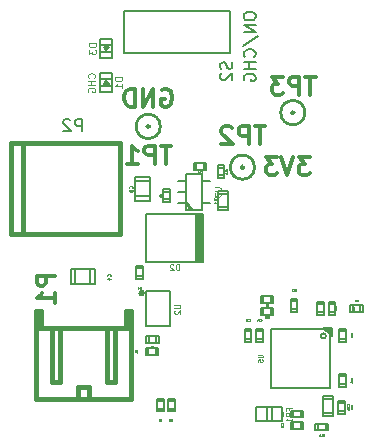
<source format=gbo>
G04 (created by PCBNEW (2013-05-31 BZR 4019)-stable) date 7/3/2014 2:31:18 PM*
%MOIN*%
G04 Gerber Fmt 3.4, Leading zero omitted, Abs format*
%FSLAX34Y34*%
G01*
G70*
G90*
G04 APERTURE LIST*
%ADD10C,0.00590551*%
%ADD11C,0.015*%
%ADD12C,0.01*%
%ADD13C,0.005*%
%ADD14C,0.0059*%
%ADD15C,0.0079*%
%ADD16C,0.008*%
%ADD17C,0.012*%
%ADD18C,0.0039*%
%ADD19C,0.0047*%
%ADD20C,0.0016*%
%ADD21C,0.0012*%
%ADD22C,0.0024*%
%ADD23C,0.0031*%
G04 APERTURE END LIST*
G54D10*
G54D11*
X37423Y-22196D02*
X37423Y-19164D01*
X37029Y-22196D02*
X37029Y-19164D01*
X37029Y-19164D02*
X40651Y-19164D01*
X40651Y-19164D02*
X40651Y-22196D01*
X40651Y-22196D02*
X37029Y-22196D01*
G54D12*
X46470Y-18160D02*
G75*
G03X46470Y-18160I-50J0D01*
G74*
G01*
X46823Y-18160D02*
G75*
G03X46823Y-18160I-403J0D01*
G74*
G01*
X41650Y-18620D02*
G75*
G03X41650Y-18620I-50J0D01*
G74*
G01*
X42003Y-18620D02*
G75*
G03X42003Y-18620I-403J0D01*
G74*
G01*
G54D13*
X42845Y-21135D02*
X43100Y-21390D01*
X42845Y-21195D02*
X43040Y-21390D01*
X43395Y-20425D02*
X43655Y-20425D01*
X43395Y-21175D02*
X43655Y-21175D01*
X42845Y-20800D02*
X42585Y-20800D01*
X42845Y-20425D02*
X42585Y-20425D01*
X42845Y-21175D02*
X42585Y-21175D01*
X43395Y-21390D02*
X43395Y-20210D01*
X43395Y-20210D02*
X42845Y-20210D01*
X42845Y-20210D02*
X42845Y-21390D01*
X42845Y-21390D02*
X43395Y-21390D01*
X40003Y-17042D02*
X40397Y-17042D01*
X40397Y-17278D02*
X40003Y-17278D01*
X40161Y-17160D02*
X40239Y-17160D01*
X40279Y-17199D02*
X40121Y-17199D01*
X40121Y-17199D02*
X40200Y-17121D01*
X40200Y-17121D02*
X40279Y-17199D01*
X40397Y-17475D02*
X40397Y-16845D01*
X40397Y-16845D02*
X40003Y-16845D01*
X40003Y-16845D02*
X40003Y-17475D01*
X40003Y-17475D02*
X40397Y-17475D01*
X40397Y-16138D02*
X40003Y-16138D01*
X40003Y-15902D02*
X40397Y-15902D01*
X40239Y-16020D02*
X40161Y-16020D01*
X40121Y-15981D02*
X40279Y-15981D01*
X40279Y-15981D02*
X40200Y-16059D01*
X40200Y-16059D02*
X40121Y-15981D01*
X40003Y-15705D02*
X40003Y-16335D01*
X40003Y-16335D02*
X40397Y-16335D01*
X40397Y-16335D02*
X40397Y-15705D01*
X40397Y-15705D02*
X40003Y-15705D01*
G54D14*
X45719Y-27964D02*
X45719Y-28436D01*
X45561Y-28436D02*
X45561Y-27964D01*
X45207Y-28436D02*
X46073Y-28436D01*
X46073Y-28436D02*
X46073Y-27964D01*
X46073Y-27964D02*
X45207Y-27964D01*
X45207Y-27964D02*
X45207Y-28436D01*
G54D13*
X43386Y-23127D02*
X43386Y-21553D01*
X43346Y-21553D02*
X43346Y-23127D01*
X43307Y-23127D02*
X43307Y-21553D01*
X43267Y-21553D02*
X43267Y-23127D01*
X43228Y-23127D02*
X43228Y-21553D01*
X43189Y-23127D02*
X43189Y-21553D01*
X43425Y-23127D02*
X43425Y-21553D01*
X43425Y-21553D02*
X41535Y-21553D01*
X41535Y-21553D02*
X41535Y-23127D01*
X41535Y-23127D02*
X43425Y-23127D01*
X47440Y-27720D02*
X47760Y-27720D01*
X47750Y-28160D02*
X47440Y-28160D01*
X47760Y-28260D02*
X47760Y-27620D01*
X47760Y-27620D02*
X47440Y-27620D01*
X47440Y-27620D02*
X47440Y-28260D01*
X47440Y-28260D02*
X47760Y-28260D01*
X44260Y-21300D02*
X43940Y-21300D01*
X43950Y-20860D02*
X44260Y-20860D01*
X43940Y-20760D02*
X43940Y-21400D01*
X43940Y-21400D02*
X44260Y-21400D01*
X44260Y-21400D02*
X44260Y-20760D01*
X44260Y-20760D02*
X43940Y-20760D01*
G54D10*
X44331Y-16185D02*
X40788Y-16185D01*
X40788Y-14768D02*
X44331Y-14768D01*
X44331Y-14768D02*
X44331Y-16185D01*
X40788Y-14768D02*
X40788Y-16185D01*
G54D11*
X41015Y-27716D02*
X41015Y-24763D01*
X37865Y-24763D02*
X37865Y-27716D01*
X37865Y-24763D02*
X38023Y-24763D01*
X37944Y-25354D02*
X37944Y-24763D01*
X38023Y-24763D02*
X38023Y-25354D01*
X40936Y-24763D02*
X40936Y-25354D01*
X40857Y-25354D02*
X40857Y-24763D01*
X40857Y-24763D02*
X41015Y-24763D01*
X39637Y-27716D02*
X39637Y-27322D01*
X39637Y-27322D02*
X39243Y-27322D01*
X39243Y-27322D02*
X39243Y-27716D01*
X40227Y-25354D02*
X40227Y-27125D01*
X40227Y-27125D02*
X40503Y-27125D01*
X40503Y-27125D02*
X40503Y-25354D01*
X38653Y-25354D02*
X38653Y-27125D01*
X38653Y-27125D02*
X38377Y-27125D01*
X38377Y-27125D02*
X38377Y-25354D01*
X41015Y-27716D02*
X37865Y-27716D01*
X37865Y-25354D02*
X41015Y-25354D01*
X39952Y-27716D02*
X40070Y-27716D01*
G54D13*
X45190Y-25710D02*
X45410Y-25710D01*
X45190Y-25450D02*
X45410Y-25450D01*
X45190Y-25370D02*
X45410Y-25370D01*
X45410Y-25370D02*
X45410Y-25790D01*
X45410Y-25790D02*
X45190Y-25790D01*
X45190Y-25790D02*
X45190Y-25370D01*
X44810Y-25710D02*
X45030Y-25710D01*
X44810Y-25450D02*
X45030Y-25450D01*
X44810Y-25370D02*
X45030Y-25370D01*
X45030Y-25370D02*
X45030Y-25790D01*
X45030Y-25790D02*
X44810Y-25790D01*
X44810Y-25790D02*
X44810Y-25370D01*
X41410Y-23350D02*
X41190Y-23350D01*
X41410Y-23610D02*
X41190Y-23610D01*
X41410Y-23690D02*
X41190Y-23690D01*
X41190Y-23690D02*
X41190Y-23270D01*
X41190Y-23270D02*
X41410Y-23270D01*
X41410Y-23270D02*
X41410Y-23690D01*
X41600Y-26010D02*
X41600Y-26230D01*
X41860Y-26010D02*
X41860Y-26230D01*
X41940Y-26010D02*
X41940Y-26230D01*
X41940Y-26230D02*
X41520Y-26230D01*
X41520Y-26230D02*
X41520Y-26010D01*
X41520Y-26010D02*
X41940Y-26010D01*
X45690Y-24490D02*
X45690Y-24270D01*
X45430Y-24490D02*
X45430Y-24270D01*
X45350Y-24490D02*
X45350Y-24270D01*
X45350Y-24270D02*
X45770Y-24270D01*
X45770Y-24270D02*
X45770Y-24490D01*
X45770Y-24490D02*
X45350Y-24490D01*
X45690Y-24890D02*
X45690Y-24670D01*
X45430Y-24890D02*
X45430Y-24670D01*
X45350Y-24890D02*
X45350Y-24670D01*
X45350Y-24670D02*
X45770Y-24670D01*
X45770Y-24670D02*
X45770Y-24890D01*
X45770Y-24890D02*
X45350Y-24890D01*
X47230Y-24810D02*
X47450Y-24810D01*
X47230Y-24550D02*
X47450Y-24550D01*
X47230Y-24470D02*
X47450Y-24470D01*
X47450Y-24470D02*
X47450Y-24890D01*
X47450Y-24890D02*
X47230Y-24890D01*
X47230Y-24890D02*
X47230Y-24470D01*
X48410Y-24580D02*
X48410Y-24800D01*
X48670Y-24580D02*
X48670Y-24800D01*
X48750Y-24580D02*
X48750Y-24800D01*
X48750Y-24800D02*
X48330Y-24800D01*
X48330Y-24800D02*
X48330Y-24580D01*
X48330Y-24580D02*
X48750Y-24580D01*
X42120Y-27770D02*
X41900Y-27770D01*
X42120Y-28030D02*
X41900Y-28030D01*
X42120Y-28110D02*
X41900Y-28110D01*
X41900Y-28110D02*
X41900Y-27690D01*
X41900Y-27690D02*
X42120Y-27690D01*
X42120Y-27690D02*
X42120Y-28110D01*
X41870Y-25830D02*
X41870Y-25610D01*
X41610Y-25830D02*
X41610Y-25610D01*
X41530Y-25830D02*
X41530Y-25610D01*
X41530Y-25610D02*
X41950Y-25610D01*
X41950Y-25610D02*
X41950Y-25830D01*
X41950Y-25830D02*
X41530Y-25830D01*
X46350Y-24710D02*
X46570Y-24710D01*
X46350Y-24450D02*
X46570Y-24450D01*
X46350Y-24370D02*
X46570Y-24370D01*
X46570Y-24370D02*
X46570Y-24790D01*
X46570Y-24790D02*
X46350Y-24790D01*
X46350Y-24790D02*
X46350Y-24370D01*
X44130Y-19990D02*
X43910Y-19990D01*
X44130Y-20250D02*
X43910Y-20250D01*
X44130Y-20330D02*
X43910Y-20330D01*
X43910Y-20330D02*
X43910Y-19910D01*
X43910Y-19910D02*
X44130Y-19910D01*
X44130Y-19910D02*
X44130Y-20330D01*
X47970Y-25710D02*
X48190Y-25710D01*
X47970Y-25450D02*
X48190Y-25450D01*
X47970Y-25370D02*
X48190Y-25370D01*
X48190Y-25370D02*
X48190Y-25790D01*
X48190Y-25790D02*
X47970Y-25790D01*
X47970Y-25790D02*
X47970Y-25370D01*
X47970Y-27210D02*
X48190Y-27210D01*
X47970Y-26950D02*
X48190Y-26950D01*
X47970Y-26870D02*
X48190Y-26870D01*
X48190Y-26870D02*
X48190Y-27290D01*
X48190Y-27290D02*
X47970Y-27290D01*
X47970Y-27290D02*
X47970Y-26870D01*
X48150Y-27850D02*
X47930Y-27850D01*
X48150Y-28110D02*
X47930Y-28110D01*
X48150Y-28190D02*
X47930Y-28190D01*
X47930Y-28190D02*
X47930Y-27770D01*
X47930Y-27770D02*
X48150Y-27770D01*
X48150Y-27770D02*
X48150Y-28190D01*
X46690Y-28310D02*
X46690Y-28090D01*
X46430Y-28310D02*
X46430Y-28090D01*
X46350Y-28310D02*
X46350Y-28090D01*
X46350Y-28090D02*
X46770Y-28090D01*
X46770Y-28090D02*
X46770Y-28310D01*
X46770Y-28310D02*
X46350Y-28310D01*
X46690Y-28690D02*
X46690Y-28470D01*
X46430Y-28690D02*
X46430Y-28470D01*
X46350Y-28690D02*
X46350Y-28470D01*
X46350Y-28470D02*
X46770Y-28470D01*
X46770Y-28470D02*
X46770Y-28690D01*
X46770Y-28690D02*
X46350Y-28690D01*
X47250Y-28530D02*
X47250Y-28750D01*
X47510Y-28530D02*
X47510Y-28750D01*
X47590Y-28530D02*
X47590Y-28750D01*
X47590Y-28750D02*
X47170Y-28750D01*
X47170Y-28750D02*
X47170Y-28530D01*
X47170Y-28530D02*
X47590Y-28530D01*
X47610Y-24810D02*
X47830Y-24810D01*
X47610Y-24550D02*
X47830Y-24550D01*
X47610Y-24470D02*
X47830Y-24470D01*
X47830Y-24470D02*
X47830Y-24890D01*
X47830Y-24890D02*
X47610Y-24890D01*
X47610Y-24890D02*
X47610Y-24470D01*
X43450Y-20070D02*
X43450Y-19850D01*
X43190Y-20070D02*
X43190Y-19850D01*
X43110Y-20070D02*
X43110Y-19850D01*
X43110Y-19850D02*
X43530Y-19850D01*
X43530Y-19850D02*
X43530Y-20070D01*
X43530Y-20070D02*
X43110Y-20070D01*
X42480Y-27770D02*
X42260Y-27770D01*
X42480Y-28030D02*
X42260Y-28030D01*
X42480Y-28110D02*
X42260Y-28110D01*
X42260Y-28110D02*
X42260Y-27690D01*
X42260Y-27690D02*
X42480Y-27690D01*
X42480Y-27690D02*
X42480Y-28110D01*
X42090Y-21050D02*
X42310Y-21050D01*
X42090Y-20790D02*
X42310Y-20790D01*
X42090Y-20710D02*
X42310Y-20710D01*
X42310Y-20710D02*
X42310Y-21130D01*
X42310Y-21130D02*
X42090Y-21130D01*
X42090Y-21130D02*
X42090Y-20710D01*
X41458Y-24178D02*
G75*
G03X41458Y-24178I-79J0D01*
G74*
G01*
X41417Y-24178D02*
G75*
G03X41417Y-24178I-39J0D01*
G74*
G01*
X41536Y-25281D02*
X42324Y-25281D01*
X41536Y-24099D02*
X42324Y-24099D01*
X42324Y-25281D02*
X42324Y-24099D01*
X41536Y-24099D02*
X41536Y-25281D01*
X39670Y-23870D02*
X39670Y-23370D01*
X39170Y-23870D02*
X39170Y-23380D01*
X39020Y-23870D02*
X39820Y-23870D01*
X39820Y-23870D02*
X39820Y-23370D01*
X39820Y-23370D02*
X39020Y-23370D01*
X39020Y-23370D02*
X39020Y-23870D01*
X41170Y-20950D02*
X41670Y-20950D01*
X41170Y-20450D02*
X41660Y-20450D01*
X41170Y-20300D02*
X41170Y-21100D01*
X41170Y-21100D02*
X41670Y-21100D01*
X41670Y-21100D02*
X41670Y-20300D01*
X41670Y-20300D02*
X41170Y-20300D01*
G54D12*
X44790Y-19980D02*
G75*
G03X44790Y-19980I-50J0D01*
G74*
G01*
X45143Y-19980D02*
G75*
G03X45143Y-19980I-403J0D01*
G74*
G01*
G54D13*
X47438Y-25326D02*
X47714Y-25326D01*
X47714Y-25326D02*
X47714Y-25602D01*
X47714Y-25602D02*
X47438Y-25326D01*
X47674Y-27334D02*
X47674Y-25366D01*
X47674Y-25366D02*
X45706Y-25366D01*
X45706Y-25366D02*
X45706Y-27334D01*
X45706Y-27334D02*
X47674Y-27334D01*
X47675Y-25522D02*
X47518Y-25365D01*
X47556Y-25365D02*
X47674Y-25483D01*
X47674Y-25445D02*
X47595Y-25366D01*
G54D15*
X47525Y-25602D02*
G75*
G03X47525Y-25602I-87J0D01*
G74*
G01*
G54D16*
X39375Y-18781D02*
X39375Y-18381D01*
X39222Y-18381D01*
X39184Y-18400D01*
X39165Y-18420D01*
X39146Y-18458D01*
X39146Y-18515D01*
X39165Y-18553D01*
X39184Y-18572D01*
X39222Y-18591D01*
X39375Y-18591D01*
X38994Y-18420D02*
X38975Y-18400D01*
X38937Y-18381D01*
X38841Y-18381D01*
X38803Y-18400D01*
X38784Y-18420D01*
X38765Y-18458D01*
X38765Y-18496D01*
X38784Y-18553D01*
X39013Y-18781D01*
X38765Y-18781D01*
G54D17*
X47177Y-16962D02*
X46834Y-16962D01*
X47005Y-17562D02*
X47005Y-16962D01*
X46634Y-17562D02*
X46634Y-16962D01*
X46405Y-16962D01*
X46348Y-16991D01*
X46320Y-17020D01*
X46291Y-17077D01*
X46291Y-17162D01*
X46320Y-17220D01*
X46348Y-17248D01*
X46405Y-17277D01*
X46634Y-17277D01*
X46091Y-16962D02*
X45720Y-16962D01*
X45920Y-17191D01*
X45834Y-17191D01*
X45777Y-17220D01*
X45748Y-17248D01*
X45720Y-17305D01*
X45720Y-17448D01*
X45748Y-17505D01*
X45777Y-17534D01*
X45834Y-17562D01*
X46005Y-17562D01*
X46062Y-17534D01*
X46091Y-17505D01*
X42357Y-19262D02*
X42014Y-19262D01*
X42185Y-19862D02*
X42185Y-19262D01*
X41814Y-19862D02*
X41814Y-19262D01*
X41585Y-19262D01*
X41528Y-19291D01*
X41500Y-19320D01*
X41471Y-19377D01*
X41471Y-19462D01*
X41500Y-19520D01*
X41528Y-19548D01*
X41585Y-19577D01*
X41814Y-19577D01*
X40900Y-19862D02*
X41242Y-19862D01*
X41071Y-19862D02*
X41071Y-19262D01*
X41128Y-19348D01*
X41185Y-19405D01*
X41242Y-19434D01*
X42057Y-17391D02*
X42114Y-17362D01*
X42199Y-17362D01*
X42285Y-17391D01*
X42342Y-17448D01*
X42371Y-17505D01*
X42399Y-17620D01*
X42399Y-17705D01*
X42371Y-17820D01*
X42342Y-17877D01*
X42285Y-17934D01*
X42199Y-17962D01*
X42142Y-17962D01*
X42057Y-17934D01*
X42028Y-17905D01*
X42028Y-17705D01*
X42142Y-17705D01*
X41771Y-17962D02*
X41771Y-17362D01*
X41428Y-17962D01*
X41428Y-17362D01*
X41142Y-17962D02*
X41142Y-17362D01*
X41000Y-17362D01*
X40914Y-17391D01*
X40857Y-17448D01*
X40828Y-17505D01*
X40800Y-17620D01*
X40800Y-17705D01*
X40828Y-17820D01*
X40857Y-17877D01*
X40914Y-17934D01*
X41000Y-17962D01*
X41142Y-17962D01*
G54D18*
X43812Y-20649D02*
X43972Y-20649D01*
X43990Y-20659D01*
X44000Y-20668D01*
X44009Y-20687D01*
X44009Y-20724D01*
X44000Y-20743D01*
X43990Y-20753D01*
X43972Y-20762D01*
X43812Y-20762D01*
X43812Y-20837D02*
X43812Y-20959D01*
X43887Y-20893D01*
X43887Y-20921D01*
X43897Y-20940D01*
X43906Y-20950D01*
X43925Y-20959D01*
X43972Y-20959D01*
X43990Y-20950D01*
X44000Y-20940D01*
X44009Y-20921D01*
X44009Y-20865D01*
X44000Y-20846D01*
X43990Y-20837D01*
G54D19*
X40728Y-16985D02*
X40492Y-16985D01*
X40492Y-17042D01*
X40503Y-17075D01*
X40526Y-17098D01*
X40548Y-17109D01*
X40593Y-17120D01*
X40627Y-17120D01*
X40672Y-17109D01*
X40694Y-17098D01*
X40717Y-17075D01*
X40728Y-17042D01*
X40728Y-16985D01*
X40728Y-17345D02*
X40728Y-17210D01*
X40728Y-17278D02*
X40492Y-17278D01*
X40526Y-17255D01*
X40548Y-17233D01*
X40559Y-17210D01*
X39801Y-16991D02*
X39812Y-16980D01*
X39823Y-16946D01*
X39823Y-16924D01*
X39812Y-16890D01*
X39789Y-16867D01*
X39767Y-16856D01*
X39722Y-16845D01*
X39688Y-16845D01*
X39643Y-16856D01*
X39621Y-16867D01*
X39598Y-16890D01*
X39587Y-16924D01*
X39587Y-16946D01*
X39598Y-16980D01*
X39610Y-16991D01*
X39823Y-17092D02*
X39587Y-17092D01*
X39699Y-17092D02*
X39699Y-17227D01*
X39823Y-17227D02*
X39587Y-17227D01*
X39598Y-17463D02*
X39587Y-17440D01*
X39587Y-17407D01*
X39598Y-17373D01*
X39621Y-17351D01*
X39643Y-17339D01*
X39688Y-17328D01*
X39722Y-17328D01*
X39767Y-17339D01*
X39789Y-17351D01*
X39812Y-17373D01*
X39823Y-17407D01*
X39823Y-17429D01*
X39812Y-17463D01*
X39801Y-17474D01*
X39722Y-17474D01*
X39722Y-17429D01*
X39862Y-15845D02*
X39626Y-15845D01*
X39626Y-15902D01*
X39637Y-15935D01*
X39660Y-15958D01*
X39682Y-15969D01*
X39727Y-15980D01*
X39761Y-15980D01*
X39806Y-15969D01*
X39828Y-15958D01*
X39851Y-15935D01*
X39862Y-15902D01*
X39862Y-15845D01*
X39626Y-16059D02*
X39626Y-16205D01*
X39716Y-16126D01*
X39716Y-16160D01*
X39727Y-16182D01*
X39738Y-16194D01*
X39761Y-16205D01*
X39817Y-16205D01*
X39840Y-16194D01*
X39851Y-16182D01*
X39862Y-16160D01*
X39862Y-16093D01*
X39851Y-16070D01*
X39840Y-16059D01*
G54D18*
X46276Y-28076D02*
X46276Y-28011D01*
X46379Y-28011D02*
X46183Y-28011D01*
X46183Y-28104D01*
X46276Y-28244D02*
X46286Y-28272D01*
X46295Y-28282D01*
X46314Y-28291D01*
X46342Y-28291D01*
X46360Y-28282D01*
X46370Y-28272D01*
X46379Y-28254D01*
X46379Y-28179D01*
X46183Y-28179D01*
X46183Y-28244D01*
X46192Y-28263D01*
X46202Y-28272D01*
X46220Y-28282D01*
X46239Y-28282D01*
X46258Y-28272D01*
X46267Y-28263D01*
X46276Y-28244D01*
X46276Y-28179D01*
X46379Y-28478D02*
X46379Y-28366D01*
X46379Y-28422D02*
X46183Y-28422D01*
X46211Y-28403D01*
X46230Y-28384D01*
X46239Y-28366D01*
G54D19*
X42625Y-23403D02*
X42625Y-23206D01*
X42578Y-23206D01*
X42550Y-23216D01*
X42531Y-23234D01*
X42522Y-23253D01*
X42512Y-23291D01*
X42512Y-23319D01*
X42522Y-23356D01*
X42531Y-23375D01*
X42550Y-23394D01*
X42578Y-23403D01*
X42625Y-23403D01*
X42437Y-23225D02*
X42428Y-23216D01*
X42409Y-23206D01*
X42362Y-23206D01*
X42343Y-23216D01*
X42334Y-23225D01*
X42325Y-23244D01*
X42325Y-23263D01*
X42334Y-23291D01*
X42447Y-23403D01*
X42325Y-23403D01*
G54D20*
X48284Y-27909D02*
X48288Y-27905D01*
X48291Y-27894D01*
X48291Y-27886D01*
X48288Y-27875D01*
X48280Y-27867D01*
X48273Y-27864D01*
X48258Y-27860D01*
X48246Y-27860D01*
X48231Y-27864D01*
X48224Y-27867D01*
X48216Y-27875D01*
X48212Y-27886D01*
X48212Y-27894D01*
X48216Y-27905D01*
X48220Y-27909D01*
X48291Y-27984D02*
X48291Y-27939D01*
X48291Y-27961D02*
X48212Y-27961D01*
X48224Y-27954D01*
X48231Y-27946D01*
X48235Y-27939D01*
X48212Y-28052D02*
X48212Y-28037D01*
X48216Y-28029D01*
X48220Y-28025D01*
X48231Y-28018D01*
X48246Y-28014D01*
X48276Y-28014D01*
X48284Y-28018D01*
X48288Y-28022D01*
X48291Y-28029D01*
X48291Y-28044D01*
X48288Y-28052D01*
X48284Y-28055D01*
X48276Y-28059D01*
X48258Y-28059D01*
X48250Y-28055D01*
X48246Y-28052D01*
X48243Y-28044D01*
X48243Y-28029D01*
X48246Y-28022D01*
X48250Y-28018D01*
X48258Y-28014D01*
X43874Y-21029D02*
X43878Y-21025D01*
X43881Y-21014D01*
X43881Y-21006D01*
X43878Y-20995D01*
X43870Y-20987D01*
X43863Y-20984D01*
X43848Y-20980D01*
X43836Y-20980D01*
X43821Y-20984D01*
X43814Y-20987D01*
X43806Y-20995D01*
X43802Y-21006D01*
X43802Y-21014D01*
X43806Y-21025D01*
X43810Y-21029D01*
X43881Y-21104D02*
X43881Y-21059D01*
X43881Y-21081D02*
X43802Y-21081D01*
X43814Y-21074D01*
X43821Y-21066D01*
X43825Y-21059D01*
X43881Y-21179D02*
X43881Y-21134D01*
X43881Y-21157D02*
X43802Y-21157D01*
X43814Y-21149D01*
X43821Y-21142D01*
X43825Y-21134D01*
G54D10*
X44380Y-16480D02*
X44399Y-16536D01*
X44399Y-16630D01*
X44380Y-16667D01*
X44361Y-16686D01*
X44324Y-16705D01*
X44286Y-16705D01*
X44249Y-16686D01*
X44230Y-16667D01*
X44211Y-16630D01*
X44193Y-16555D01*
X44174Y-16517D01*
X44155Y-16498D01*
X44118Y-16480D01*
X44080Y-16480D01*
X44043Y-16498D01*
X44024Y-16517D01*
X44005Y-16555D01*
X44005Y-16648D01*
X44024Y-16705D01*
X44043Y-16854D02*
X44024Y-16873D01*
X44005Y-16911D01*
X44005Y-17004D01*
X44024Y-17042D01*
X44043Y-17061D01*
X44080Y-17079D01*
X44118Y-17079D01*
X44174Y-17061D01*
X44399Y-16836D01*
X44399Y-17079D01*
X44785Y-14910D02*
X44785Y-14985D01*
X44804Y-15022D01*
X44841Y-15060D01*
X44916Y-15078D01*
X45048Y-15078D01*
X45123Y-15060D01*
X45160Y-15022D01*
X45179Y-14985D01*
X45179Y-14910D01*
X45160Y-14872D01*
X45123Y-14835D01*
X45048Y-14816D01*
X44916Y-14816D01*
X44841Y-14835D01*
X44804Y-14872D01*
X44785Y-14910D01*
X45179Y-15247D02*
X44785Y-15247D01*
X45179Y-15472D01*
X44785Y-15472D01*
X44766Y-15941D02*
X45273Y-15603D01*
X45141Y-16297D02*
X45160Y-16278D01*
X45179Y-16222D01*
X45179Y-16184D01*
X45160Y-16128D01*
X45123Y-16091D01*
X45085Y-16072D01*
X45010Y-16053D01*
X44954Y-16053D01*
X44879Y-16072D01*
X44841Y-16091D01*
X44804Y-16128D01*
X44785Y-16184D01*
X44785Y-16222D01*
X44804Y-16278D01*
X44823Y-16297D01*
X45179Y-16466D02*
X44785Y-16466D01*
X44973Y-16466D02*
X44973Y-16691D01*
X45179Y-16691D02*
X44785Y-16691D01*
X44804Y-17084D02*
X44785Y-17047D01*
X44785Y-16991D01*
X44804Y-16934D01*
X44841Y-16897D01*
X44879Y-16878D01*
X44954Y-16859D01*
X45010Y-16859D01*
X45085Y-16878D01*
X45123Y-16897D01*
X45160Y-16934D01*
X45179Y-16991D01*
X45179Y-17028D01*
X45160Y-17084D01*
X45141Y-17103D01*
X45010Y-17103D01*
X45010Y-17028D01*
G54D17*
X38482Y-23597D02*
X37882Y-23597D01*
X37882Y-23825D01*
X37911Y-23882D01*
X37940Y-23911D01*
X37997Y-23940D01*
X38082Y-23940D01*
X38140Y-23911D01*
X38168Y-23882D01*
X38197Y-23825D01*
X38197Y-23597D01*
X38482Y-24511D02*
X38482Y-24168D01*
X38482Y-24340D02*
X37882Y-24340D01*
X37968Y-24282D01*
X38025Y-24225D01*
X38054Y-24168D01*
G54D21*
X45338Y-25098D02*
X45341Y-25101D01*
X45350Y-25104D01*
X45355Y-25104D01*
X45364Y-25101D01*
X45370Y-25095D01*
X45372Y-25090D01*
X45375Y-25078D01*
X45375Y-25070D01*
X45372Y-25058D01*
X45370Y-25052D01*
X45364Y-25047D01*
X45355Y-25044D01*
X45350Y-25044D01*
X45341Y-25047D01*
X45338Y-25050D01*
X45315Y-25050D02*
X45312Y-25047D01*
X45307Y-25044D01*
X45292Y-25044D01*
X45287Y-25047D01*
X45284Y-25050D01*
X45281Y-25055D01*
X45281Y-25061D01*
X45284Y-25070D01*
X45318Y-25104D01*
X45281Y-25104D01*
X45230Y-25064D02*
X45230Y-25104D01*
X45244Y-25041D02*
X45258Y-25084D01*
X45221Y-25084D01*
X44958Y-25098D02*
X44961Y-25101D01*
X44970Y-25104D01*
X44975Y-25104D01*
X44984Y-25101D01*
X44990Y-25095D01*
X44992Y-25090D01*
X44995Y-25078D01*
X44995Y-25070D01*
X44992Y-25058D01*
X44990Y-25052D01*
X44984Y-25047D01*
X44975Y-25044D01*
X44970Y-25044D01*
X44961Y-25047D01*
X44958Y-25050D01*
X44935Y-25050D02*
X44932Y-25047D01*
X44927Y-25044D01*
X44912Y-25044D01*
X44907Y-25047D01*
X44904Y-25050D01*
X44901Y-25055D01*
X44901Y-25061D01*
X44904Y-25070D01*
X44938Y-25104D01*
X44901Y-25104D01*
X44847Y-25044D02*
X44875Y-25044D01*
X44878Y-25072D01*
X44875Y-25070D01*
X44870Y-25067D01*
X44855Y-25067D01*
X44850Y-25070D01*
X44847Y-25072D01*
X44844Y-25078D01*
X44844Y-25092D01*
X44847Y-25098D01*
X44850Y-25101D01*
X44855Y-25104D01*
X44870Y-25104D01*
X44875Y-25101D01*
X44878Y-25098D01*
X41310Y-24024D02*
X41330Y-23995D01*
X41344Y-24024D02*
X41344Y-23964D01*
X41321Y-23964D01*
X41315Y-23967D01*
X41312Y-23970D01*
X41310Y-23975D01*
X41310Y-23984D01*
X41312Y-23990D01*
X41315Y-23992D01*
X41321Y-23995D01*
X41344Y-23995D01*
X41258Y-23984D02*
X41258Y-24024D01*
X41272Y-23961D02*
X41287Y-24004D01*
X41250Y-24004D01*
X41234Y-26110D02*
X41205Y-26090D01*
X41234Y-26075D02*
X41174Y-26075D01*
X41174Y-26098D01*
X41177Y-26104D01*
X41180Y-26107D01*
X41185Y-26110D01*
X41194Y-26110D01*
X41200Y-26107D01*
X41202Y-26104D01*
X41205Y-26098D01*
X41205Y-26075D01*
X41234Y-26167D02*
X41234Y-26132D01*
X41234Y-26150D02*
X41174Y-26150D01*
X41182Y-26144D01*
X41188Y-26138D01*
X41191Y-26132D01*
X45570Y-24594D02*
X45590Y-24565D01*
X45604Y-24594D02*
X45604Y-24534D01*
X45581Y-24534D01*
X45575Y-24537D01*
X45572Y-24540D01*
X45570Y-24545D01*
X45570Y-24554D01*
X45572Y-24560D01*
X45575Y-24562D01*
X45581Y-24565D01*
X45604Y-24565D01*
X45541Y-24594D02*
X45530Y-24594D01*
X45524Y-24591D01*
X45521Y-24588D01*
X45515Y-24580D01*
X45512Y-24568D01*
X45512Y-24545D01*
X45515Y-24540D01*
X45518Y-24537D01*
X45524Y-24534D01*
X45535Y-24534D01*
X45541Y-24537D01*
X45544Y-24540D01*
X45547Y-24545D01*
X45547Y-24560D01*
X45544Y-24565D01*
X45541Y-24568D01*
X45535Y-24571D01*
X45524Y-24571D01*
X45518Y-24568D01*
X45515Y-24565D01*
X45512Y-24560D01*
X45598Y-24994D02*
X45618Y-24965D01*
X45632Y-24994D02*
X45632Y-24934D01*
X45610Y-24934D01*
X45604Y-24937D01*
X45601Y-24940D01*
X45598Y-24945D01*
X45598Y-24954D01*
X45601Y-24960D01*
X45604Y-24962D01*
X45610Y-24965D01*
X45632Y-24965D01*
X45541Y-24994D02*
X45575Y-24994D01*
X45558Y-24994D02*
X45558Y-24934D01*
X45564Y-24942D01*
X45570Y-24948D01*
X45575Y-24951D01*
X45504Y-24934D02*
X45498Y-24934D01*
X45492Y-24937D01*
X45490Y-24940D01*
X45487Y-24945D01*
X45484Y-24957D01*
X45484Y-24971D01*
X45487Y-24982D01*
X45490Y-24988D01*
X45492Y-24991D01*
X45498Y-24994D01*
X45504Y-24994D01*
X45510Y-24991D01*
X45512Y-24988D01*
X45515Y-24982D01*
X45518Y-24971D01*
X45518Y-24957D01*
X45515Y-24945D01*
X45512Y-24940D01*
X45510Y-24937D01*
X45504Y-24934D01*
X47844Y-24641D02*
X47815Y-24621D01*
X47844Y-24607D02*
X47784Y-24607D01*
X47784Y-24630D01*
X47787Y-24635D01*
X47790Y-24638D01*
X47795Y-24641D01*
X47804Y-24641D01*
X47810Y-24638D01*
X47812Y-24635D01*
X47815Y-24630D01*
X47815Y-24607D01*
X47844Y-24698D02*
X47844Y-24664D01*
X47844Y-24681D02*
X47784Y-24681D01*
X47792Y-24675D01*
X47798Y-24670D01*
X47801Y-24664D01*
X47790Y-24721D02*
X47787Y-24724D01*
X47784Y-24730D01*
X47784Y-24744D01*
X47787Y-24750D01*
X47790Y-24752D01*
X47795Y-24755D01*
X47801Y-24755D01*
X47810Y-24752D01*
X47844Y-24718D01*
X47844Y-24755D01*
X48550Y-24454D02*
X48570Y-24425D01*
X48584Y-24454D02*
X48584Y-24394D01*
X48561Y-24394D01*
X48555Y-24397D01*
X48552Y-24400D01*
X48550Y-24405D01*
X48550Y-24414D01*
X48552Y-24420D01*
X48555Y-24422D01*
X48561Y-24425D01*
X48584Y-24425D01*
X48515Y-24420D02*
X48521Y-24417D01*
X48524Y-24414D01*
X48527Y-24408D01*
X48527Y-24405D01*
X48524Y-24400D01*
X48521Y-24397D01*
X48515Y-24394D01*
X48504Y-24394D01*
X48498Y-24397D01*
X48495Y-24400D01*
X48492Y-24405D01*
X48492Y-24408D01*
X48495Y-24414D01*
X48498Y-24417D01*
X48504Y-24420D01*
X48515Y-24420D01*
X48521Y-24422D01*
X48524Y-24425D01*
X48527Y-24431D01*
X48527Y-24442D01*
X48524Y-24448D01*
X48521Y-24451D01*
X48515Y-24454D01*
X48504Y-24454D01*
X48498Y-24451D01*
X48495Y-24448D01*
X48492Y-24442D01*
X48492Y-24431D01*
X48495Y-24425D01*
X48498Y-24422D01*
X48504Y-24420D01*
X42000Y-28444D02*
X42020Y-28415D01*
X42034Y-28444D02*
X42034Y-28384D01*
X42011Y-28384D01*
X42005Y-28387D01*
X42002Y-28390D01*
X42000Y-28395D01*
X42000Y-28404D01*
X42002Y-28410D01*
X42005Y-28412D01*
X42011Y-28415D01*
X42034Y-28415D01*
X41977Y-28390D02*
X41974Y-28387D01*
X41968Y-28384D01*
X41954Y-28384D01*
X41948Y-28387D01*
X41945Y-28390D01*
X41942Y-28395D01*
X41942Y-28401D01*
X41945Y-28410D01*
X41980Y-28444D01*
X41942Y-28444D01*
X41740Y-26014D02*
X41760Y-25985D01*
X41774Y-26014D02*
X41774Y-25954D01*
X41751Y-25954D01*
X41745Y-25957D01*
X41742Y-25960D01*
X41740Y-25965D01*
X41740Y-25974D01*
X41742Y-25980D01*
X41745Y-25982D01*
X41751Y-25985D01*
X41774Y-25985D01*
X41685Y-25954D02*
X41714Y-25954D01*
X41717Y-25982D01*
X41714Y-25980D01*
X41708Y-25977D01*
X41694Y-25977D01*
X41688Y-25980D01*
X41685Y-25982D01*
X41682Y-25988D01*
X41682Y-26002D01*
X41685Y-26008D01*
X41688Y-26011D01*
X41694Y-26014D01*
X41708Y-26014D01*
X41714Y-26011D01*
X41717Y-26008D01*
X46498Y-24098D02*
X46501Y-24101D01*
X46510Y-24104D01*
X46515Y-24104D01*
X46524Y-24101D01*
X46530Y-24095D01*
X46532Y-24090D01*
X46535Y-24078D01*
X46535Y-24070D01*
X46532Y-24058D01*
X46530Y-24052D01*
X46524Y-24047D01*
X46515Y-24044D01*
X46510Y-24044D01*
X46501Y-24047D01*
X46498Y-24050D01*
X46441Y-24104D02*
X46475Y-24104D01*
X46458Y-24104D02*
X46458Y-24044D01*
X46464Y-24052D01*
X46470Y-24058D01*
X46475Y-24061D01*
X46421Y-24044D02*
X46381Y-24044D01*
X46407Y-24104D01*
X44228Y-20081D02*
X44231Y-20078D01*
X44234Y-20070D01*
X44234Y-20064D01*
X44231Y-20055D01*
X44225Y-20050D01*
X44220Y-20047D01*
X44208Y-20044D01*
X44200Y-20044D01*
X44188Y-20047D01*
X44182Y-20050D01*
X44177Y-20055D01*
X44174Y-20064D01*
X44174Y-20070D01*
X44177Y-20078D01*
X44180Y-20081D01*
X44234Y-20138D02*
X44234Y-20104D01*
X44234Y-20121D02*
X44174Y-20121D01*
X44182Y-20115D01*
X44188Y-20110D01*
X44191Y-20104D01*
X44180Y-20161D02*
X44177Y-20164D01*
X44174Y-20170D01*
X44174Y-20184D01*
X44177Y-20190D01*
X44180Y-20192D01*
X44185Y-20195D01*
X44191Y-20195D01*
X44200Y-20192D01*
X44234Y-20158D01*
X44234Y-20195D01*
X48398Y-25541D02*
X48401Y-25538D01*
X48404Y-25530D01*
X48404Y-25524D01*
X48401Y-25515D01*
X48395Y-25510D01*
X48390Y-25507D01*
X48378Y-25504D01*
X48370Y-25504D01*
X48358Y-25507D01*
X48352Y-25510D01*
X48347Y-25515D01*
X48344Y-25524D01*
X48344Y-25530D01*
X48347Y-25538D01*
X48350Y-25541D01*
X48404Y-25598D02*
X48404Y-25564D01*
X48404Y-25581D02*
X48344Y-25581D01*
X48352Y-25575D01*
X48358Y-25570D01*
X48361Y-25564D01*
X48344Y-25618D02*
X48344Y-25655D01*
X48367Y-25635D01*
X48367Y-25644D01*
X48370Y-25650D01*
X48372Y-25652D01*
X48378Y-25655D01*
X48392Y-25655D01*
X48398Y-25652D01*
X48401Y-25650D01*
X48404Y-25644D01*
X48404Y-25627D01*
X48401Y-25621D01*
X48398Y-25618D01*
X48398Y-27041D02*
X48401Y-27038D01*
X48404Y-27030D01*
X48404Y-27024D01*
X48401Y-27015D01*
X48395Y-27010D01*
X48390Y-27007D01*
X48378Y-27004D01*
X48370Y-27004D01*
X48358Y-27007D01*
X48352Y-27010D01*
X48347Y-27015D01*
X48344Y-27024D01*
X48344Y-27030D01*
X48347Y-27038D01*
X48350Y-27041D01*
X48404Y-27098D02*
X48404Y-27064D01*
X48404Y-27081D02*
X48344Y-27081D01*
X48352Y-27075D01*
X48358Y-27070D01*
X48361Y-27064D01*
X48364Y-27150D02*
X48404Y-27150D01*
X48341Y-27135D02*
X48384Y-27121D01*
X48384Y-27158D01*
X48398Y-27941D02*
X48401Y-27938D01*
X48404Y-27930D01*
X48404Y-27924D01*
X48401Y-27915D01*
X48395Y-27910D01*
X48390Y-27907D01*
X48378Y-27904D01*
X48370Y-27904D01*
X48358Y-27907D01*
X48352Y-27910D01*
X48347Y-27915D01*
X48344Y-27924D01*
X48344Y-27930D01*
X48347Y-27938D01*
X48350Y-27941D01*
X48404Y-27998D02*
X48404Y-27964D01*
X48404Y-27981D02*
X48344Y-27981D01*
X48352Y-27975D01*
X48358Y-27970D01*
X48361Y-27964D01*
X48344Y-28052D02*
X48344Y-28024D01*
X48372Y-28021D01*
X48370Y-28024D01*
X48367Y-28030D01*
X48367Y-28044D01*
X48370Y-28050D01*
X48372Y-28052D01*
X48378Y-28055D01*
X48392Y-28055D01*
X48398Y-28052D01*
X48401Y-28050D01*
X48404Y-28044D01*
X48404Y-28030D01*
X48401Y-28024D01*
X48398Y-28021D01*
X46078Y-28161D02*
X46081Y-28158D01*
X46084Y-28150D01*
X46084Y-28144D01*
X46081Y-28135D01*
X46075Y-28130D01*
X46070Y-28127D01*
X46058Y-28124D01*
X46050Y-28124D01*
X46038Y-28127D01*
X46032Y-28130D01*
X46027Y-28135D01*
X46024Y-28144D01*
X46024Y-28150D01*
X46027Y-28158D01*
X46030Y-28161D01*
X46030Y-28184D02*
X46027Y-28187D01*
X46024Y-28192D01*
X46024Y-28207D01*
X46027Y-28212D01*
X46030Y-28215D01*
X46035Y-28218D01*
X46041Y-28218D01*
X46050Y-28215D01*
X46084Y-28181D01*
X46084Y-28218D01*
X46024Y-28238D02*
X46024Y-28275D01*
X46047Y-28255D01*
X46047Y-28264D01*
X46050Y-28270D01*
X46052Y-28272D01*
X46058Y-28275D01*
X46072Y-28275D01*
X46078Y-28272D01*
X46081Y-28270D01*
X46084Y-28264D01*
X46084Y-28247D01*
X46081Y-28241D01*
X46078Y-28238D01*
X46078Y-28541D02*
X46081Y-28538D01*
X46084Y-28530D01*
X46084Y-28524D01*
X46081Y-28515D01*
X46075Y-28510D01*
X46070Y-28507D01*
X46058Y-28504D01*
X46050Y-28504D01*
X46038Y-28507D01*
X46032Y-28510D01*
X46027Y-28515D01*
X46024Y-28524D01*
X46024Y-28530D01*
X46027Y-28538D01*
X46030Y-28541D01*
X46030Y-28564D02*
X46027Y-28567D01*
X46024Y-28572D01*
X46024Y-28587D01*
X46027Y-28592D01*
X46030Y-28595D01*
X46035Y-28598D01*
X46041Y-28598D01*
X46050Y-28595D01*
X46084Y-28561D01*
X46084Y-28598D01*
X46030Y-28621D02*
X46027Y-28624D01*
X46024Y-28630D01*
X46024Y-28644D01*
X46027Y-28650D01*
X46030Y-28652D01*
X46035Y-28655D01*
X46041Y-28655D01*
X46050Y-28652D01*
X46084Y-28618D01*
X46084Y-28655D01*
X47418Y-28938D02*
X47421Y-28941D01*
X47430Y-28944D01*
X47435Y-28944D01*
X47444Y-28941D01*
X47450Y-28935D01*
X47452Y-28930D01*
X47455Y-28918D01*
X47455Y-28910D01*
X47452Y-28898D01*
X47450Y-28892D01*
X47444Y-28887D01*
X47435Y-28884D01*
X47430Y-28884D01*
X47421Y-28887D01*
X47418Y-28890D01*
X47361Y-28944D02*
X47395Y-28944D01*
X47378Y-28944D02*
X47378Y-28884D01*
X47384Y-28892D01*
X47390Y-28898D01*
X47395Y-28901D01*
X47327Y-28910D02*
X47332Y-28907D01*
X47335Y-28904D01*
X47338Y-28898D01*
X47338Y-28895D01*
X47335Y-28890D01*
X47332Y-28887D01*
X47327Y-28884D01*
X47315Y-28884D01*
X47310Y-28887D01*
X47307Y-28890D01*
X47304Y-28895D01*
X47304Y-28898D01*
X47307Y-28904D01*
X47310Y-28907D01*
X47315Y-28910D01*
X47327Y-28910D01*
X47332Y-28912D01*
X47335Y-28915D01*
X47338Y-28921D01*
X47338Y-28932D01*
X47335Y-28938D01*
X47332Y-28941D01*
X47327Y-28944D01*
X47315Y-28944D01*
X47310Y-28941D01*
X47307Y-28938D01*
X47304Y-28932D01*
X47304Y-28921D01*
X47307Y-28915D01*
X47310Y-28912D01*
X47315Y-28910D01*
X48438Y-24641D02*
X48441Y-24638D01*
X48444Y-24630D01*
X48444Y-24624D01*
X48441Y-24615D01*
X48435Y-24610D01*
X48430Y-24607D01*
X48418Y-24604D01*
X48410Y-24604D01*
X48398Y-24607D01*
X48392Y-24610D01*
X48387Y-24615D01*
X48384Y-24624D01*
X48384Y-24630D01*
X48387Y-24638D01*
X48390Y-24641D01*
X48444Y-24698D02*
X48444Y-24664D01*
X48444Y-24681D02*
X48384Y-24681D01*
X48392Y-24675D01*
X48398Y-24670D01*
X48401Y-24664D01*
X48444Y-24727D02*
X48444Y-24738D01*
X48441Y-24744D01*
X48438Y-24747D01*
X48430Y-24752D01*
X48418Y-24755D01*
X48395Y-24755D01*
X48390Y-24752D01*
X48387Y-24750D01*
X48384Y-24744D01*
X48384Y-24732D01*
X48387Y-24727D01*
X48390Y-24724D01*
X48395Y-24721D01*
X48410Y-24721D01*
X48415Y-24724D01*
X48418Y-24727D01*
X48421Y-24732D01*
X48421Y-24744D01*
X48418Y-24750D01*
X48415Y-24752D01*
X48410Y-24755D01*
X43358Y-20168D02*
X43361Y-20171D01*
X43370Y-20174D01*
X43375Y-20174D01*
X43384Y-20171D01*
X43390Y-20165D01*
X43392Y-20160D01*
X43395Y-20148D01*
X43395Y-20140D01*
X43392Y-20128D01*
X43390Y-20122D01*
X43384Y-20117D01*
X43375Y-20114D01*
X43370Y-20114D01*
X43361Y-20117D01*
X43358Y-20120D01*
X43301Y-20174D02*
X43335Y-20174D01*
X43318Y-20174D02*
X43318Y-20114D01*
X43324Y-20122D01*
X43330Y-20128D01*
X43335Y-20131D01*
X43264Y-20114D02*
X43258Y-20114D01*
X43252Y-20117D01*
X43250Y-20120D01*
X43247Y-20125D01*
X43244Y-20137D01*
X43244Y-20151D01*
X43247Y-20162D01*
X43250Y-20168D01*
X43252Y-20171D01*
X43258Y-20174D01*
X43264Y-20174D01*
X43270Y-20171D01*
X43272Y-20168D01*
X43275Y-20162D01*
X43278Y-20151D01*
X43278Y-20137D01*
X43275Y-20125D01*
X43272Y-20120D01*
X43270Y-20117D01*
X43264Y-20114D01*
X42360Y-28438D02*
X42362Y-28441D01*
X42371Y-28444D01*
X42377Y-28444D01*
X42385Y-28441D01*
X42391Y-28435D01*
X42394Y-28430D01*
X42397Y-28418D01*
X42397Y-28410D01*
X42394Y-28398D01*
X42391Y-28392D01*
X42385Y-28387D01*
X42377Y-28384D01*
X42371Y-28384D01*
X42362Y-28387D01*
X42360Y-28390D01*
X42340Y-28384D02*
X42302Y-28384D01*
X42322Y-28407D01*
X42314Y-28407D01*
X42308Y-28410D01*
X42305Y-28412D01*
X42302Y-28418D01*
X42302Y-28432D01*
X42305Y-28438D01*
X42308Y-28441D01*
X42314Y-28444D01*
X42331Y-28444D01*
X42337Y-28441D01*
X42340Y-28438D01*
X42028Y-20910D02*
X42031Y-20907D01*
X42034Y-20898D01*
X42034Y-20892D01*
X42031Y-20884D01*
X42025Y-20878D01*
X42020Y-20875D01*
X42008Y-20872D01*
X42000Y-20872D01*
X41988Y-20875D01*
X41982Y-20878D01*
X41977Y-20884D01*
X41974Y-20892D01*
X41974Y-20898D01*
X41977Y-20907D01*
X41980Y-20910D01*
X42034Y-20938D02*
X42034Y-20950D01*
X42031Y-20955D01*
X42028Y-20958D01*
X42020Y-20964D01*
X42008Y-20967D01*
X41985Y-20967D01*
X41980Y-20964D01*
X41977Y-20961D01*
X41974Y-20955D01*
X41974Y-20944D01*
X41977Y-20938D01*
X41980Y-20935D01*
X41985Y-20932D01*
X42000Y-20932D01*
X42005Y-20935D01*
X42008Y-20938D01*
X42011Y-20944D01*
X42011Y-20955D01*
X42008Y-20961D01*
X42005Y-20964D01*
X42000Y-20967D01*
G54D18*
X42472Y-24559D02*
X42632Y-24559D01*
X42650Y-24569D01*
X42660Y-24578D01*
X42669Y-24597D01*
X42669Y-24634D01*
X42660Y-24653D01*
X42650Y-24663D01*
X42632Y-24672D01*
X42472Y-24672D01*
X42491Y-24756D02*
X42482Y-24766D01*
X42472Y-24785D01*
X42472Y-24831D01*
X42482Y-24850D01*
X42491Y-24860D01*
X42510Y-24869D01*
X42529Y-24869D01*
X42557Y-24860D01*
X42669Y-24747D01*
X42669Y-24869D01*
G54D22*
X40336Y-23620D02*
X40342Y-23614D01*
X40347Y-23597D01*
X40347Y-23586D01*
X40342Y-23569D01*
X40330Y-23558D01*
X40319Y-23552D01*
X40297Y-23547D01*
X40280Y-23547D01*
X40257Y-23552D01*
X40246Y-23558D01*
X40235Y-23569D01*
X40229Y-23586D01*
X40229Y-23597D01*
X40235Y-23614D01*
X40241Y-23620D01*
X40269Y-23721D02*
X40347Y-23721D01*
X40224Y-23693D02*
X40308Y-23665D01*
X40308Y-23738D01*
X41066Y-20680D02*
X41072Y-20674D01*
X41077Y-20657D01*
X41077Y-20646D01*
X41072Y-20629D01*
X41060Y-20618D01*
X41049Y-20612D01*
X41027Y-20607D01*
X41010Y-20607D01*
X40987Y-20612D01*
X40976Y-20618D01*
X40965Y-20629D01*
X40959Y-20646D01*
X40959Y-20657D01*
X40965Y-20674D01*
X40971Y-20680D01*
X41010Y-20747D02*
X41004Y-20736D01*
X40999Y-20730D01*
X40987Y-20725D01*
X40982Y-20725D01*
X40971Y-20730D01*
X40965Y-20736D01*
X40959Y-20747D01*
X40959Y-20770D01*
X40965Y-20781D01*
X40971Y-20787D01*
X40982Y-20792D01*
X40987Y-20792D01*
X40999Y-20787D01*
X41004Y-20781D01*
X41010Y-20770D01*
X41010Y-20747D01*
X41015Y-20736D01*
X41021Y-20730D01*
X41032Y-20725D01*
X41055Y-20725D01*
X41066Y-20730D01*
X41072Y-20736D01*
X41077Y-20747D01*
X41077Y-20770D01*
X41072Y-20781D01*
X41066Y-20787D01*
X41055Y-20792D01*
X41032Y-20792D01*
X41021Y-20787D01*
X41015Y-20781D01*
X41010Y-20770D01*
G54D17*
X45497Y-18622D02*
X45154Y-18622D01*
X45325Y-19222D02*
X45325Y-18622D01*
X44954Y-19222D02*
X44954Y-18622D01*
X44725Y-18622D01*
X44668Y-18651D01*
X44640Y-18680D01*
X44611Y-18737D01*
X44611Y-18822D01*
X44640Y-18880D01*
X44668Y-18908D01*
X44725Y-18937D01*
X44954Y-18937D01*
X44382Y-18680D02*
X44354Y-18651D01*
X44297Y-18622D01*
X44154Y-18622D01*
X44097Y-18651D01*
X44068Y-18680D01*
X44040Y-18737D01*
X44040Y-18794D01*
X44068Y-18880D01*
X44411Y-19222D01*
X44040Y-19222D01*
X46982Y-19642D02*
X46611Y-19642D01*
X46811Y-19871D01*
X46725Y-19871D01*
X46668Y-19900D01*
X46640Y-19928D01*
X46611Y-19985D01*
X46611Y-20128D01*
X46640Y-20185D01*
X46668Y-20214D01*
X46725Y-20242D01*
X46897Y-20242D01*
X46954Y-20214D01*
X46982Y-20185D01*
X46440Y-19642D02*
X46240Y-20242D01*
X46040Y-19642D01*
X45897Y-19642D02*
X45525Y-19642D01*
X45725Y-19871D01*
X45640Y-19871D01*
X45582Y-19900D01*
X45554Y-19928D01*
X45525Y-19985D01*
X45525Y-20128D01*
X45554Y-20185D01*
X45582Y-20214D01*
X45640Y-20242D01*
X45811Y-20242D01*
X45868Y-20214D01*
X45897Y-20185D01*
G54D23*
X45257Y-26230D02*
X45384Y-26230D01*
X45399Y-26237D01*
X45407Y-26245D01*
X45414Y-26260D01*
X45414Y-26290D01*
X45407Y-26305D01*
X45399Y-26312D01*
X45384Y-26320D01*
X45257Y-26320D01*
X45257Y-26469D02*
X45257Y-26394D01*
X45332Y-26387D01*
X45324Y-26394D01*
X45317Y-26409D01*
X45317Y-26447D01*
X45324Y-26462D01*
X45332Y-26469D01*
X45347Y-26477D01*
X45384Y-26477D01*
X45399Y-26469D01*
X45407Y-26462D01*
X45414Y-26447D01*
X45414Y-26409D01*
X45407Y-26394D01*
X45399Y-26387D01*
M02*

</source>
